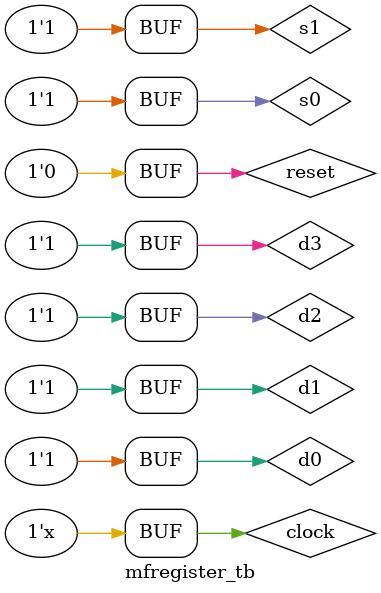
<source format=sv>
module syncflipflop(
    input logic d,reset,clock, output logic q
    );
    always_ff @(posedge clock)
    begin
        if (reset)
            q<=0;
        else q<=d;
    end
endmodule

module tto1multiplexer (input logic i1,i2,S, output logic y);
always@*
    if (S)
        y = i1;
    else
        y = i2;
endmodule

module fto1multiplexer(input logic i1,i2,i3,i4,s0,s1,output logic y);
    logic n1,n2;
    ttomultiplexer mux1(i1,i2,s0, n1);
    ttomultiplexer mux2(i3,i4,s0,n2);
    ttomultiplexer mux3(n1,n2,s1,y);
endmodule

module mfregister(input logic d0,d1,d2,d3,s1,s0,clock,reset,shr_in,shl_in,
output logic y0,y1,y2,y3);
logic n1,n2,n3,n4;
    fto1multiplexer mux1(y2,shr_in,d3,y3,s0,s1,n4);
    fto1multiplexer mux2(y1,y3,d2,y2,s0,s1,n3);
    fto1multiplexer mux3(y0,y2,d1,y1,s0,s1,n2);
    fto1multiplexer mux4(shl_in,y1,d0,y0,s0,s1,n1);
    syncflipflop ff1(n4,reset,clock,y3);
    syncflipflop ff2(n3,reset,clock,y2);
    syncflipflop ff3(n2,reset,clock,y1);
    syncflipflop ff4(n1,reset,clock,y0);
endmodule

module mfregister_tb();
    logic clock,reset,shr_in,shl_in, s0,s1, d0,d1,d2,d3, y0,y1,y2,y3;
    mfregister def(d0,d1,d2,d3,s1,s0,clock,reset,shr_in,shl_in,y0,y1,y2,y3);
    always #50 clock = ~clock;
     
    initial begin
    reset = 1; clock = 1; #10;
    s0 = 0; s1=0; 
    d0=0;d1=0;d2=0;d3=0; #10;
    d0=0;d1=0;d2=0;d3=1; #10;
    d0=0;d1=0;d2=1;d3=0; #10;
    d0=0;d1=0;d2=1;d3=1; #10;
    d0=0;d1=1;d2=0;d3=0; #10;
    d0=0;d1=1;d2=0;d3=1; #10;
    d0=0;d1=1;d2=1;d3=0; #10;
    d0=0;d1=1;d2=1;d3=1; #10;
    d0=1;d1=0;d2=0;d3=0; #10;
    d0=1;d1=0;d2=0;d3=1; #10;
    d0=1;d1=0;d2=1;d3=0; #10;
    d0=1;d1=0;d2=1;d3=1; #10;
    d0=1;d1=1;d2=0;d3=0; #10;
    d0=1;d1=1;d2=0;d3=1; #10;
    d0=1;d1=1;d2=1;d3=0; #10;
    d0=1;d1=1;d2=1;d3=1; #10;
    reset = 0;
    s0 = 1; s1=0;
    d0=0;d1=0;d2=0;d3=0; #10;
    d0=0;d1=0;d2=0;d3=1; #10;
    d0=0;d1=0;d2=1;d3=0; #10;
    d0=0;d1=0;d2=1;d3=1; #10;
    d0=0;d1=1;d2=0;d3=0; #10;
    d0=0;d1=1;d2=0;d3=1; #10;
    d0=0;d1=1;d2=1;d3=0; #10;
    d0=0;d1=1;d2=1;d3=1; #10;
    d0=1;d1=0;d2=0;d3=0; #10;
    d0=1;d1=0;d2=0;d3=1; #10;
    d0=1;d1=0;d2=1;d3=0; #10;
    d0=1;d1=0;d2=1;d3=1; #10;
    d0=1;d1=1;d2=0;d3=0; #10;
    d0=1;d1=1;d2=0;d3=1; #10;
    d0=1;d1=1;d2=1;d3=0; #10;
    d0=1;d1=1;d2=1;d3=1; #10;
    
    s0=0; s1 = 1;
    d0=0;d1=0;d2=0;d3=0; #10;
    d0=0;d1=0;d2=0;d3=1; #10;
    d0=0;d1=0;d2=1;d3=0; #10;
    d0=0;d1=0;d2=1;d3=1; #10;
    d0=0;d1=1;d2=0;d3=0; #10;
    d0=0;d1=1;d2=0;d3=1; #10;
    d0=0;d1=1;d2=1;d3=0; #10;
    d0=0;d1=1;d2=1;d3=1; #10;
    d0=1;d1=0;d2=0;d3=0; #10;
    d0=1;d1=0;d2=0;d3=1; #10;
    d0=1;d1=0;d2=1;d3=0; #10;
    d0=1;d1=0;d2=1;d3=1; #10;
    d0=1;d1=1;d2=0;d3=0; #10;
    d0=1;d1=1;d2=0;d3=1; #10;
    d0=1;d1=1;d2=1;d3=0; #10;
    d0=1;d1=1;d2=1;d3=1; #10;

    s0=1;s1=1;
    d0=0;d1=0;d2=0;d3=0; #10;
    d0=0;d1=0;d2=0;d3=1; #10;
    d0=0;d1=0;d2=1;d3=0; #10;
    d0=0;d1=0;d2=1;d3=1; #10;
    d0=0;d1=1;d2=0;d3=0; #10;
    d0=0;d1=1;d2=0;d3=1; #10;
    d0=0;d1=1;d2=1;d3=0; #10;
    d0=0;d1=1;d2=1;d3=1; #10;
    d0=1;d1=0;d2=0;d3=0; #10;
    d0=1;d1=0;d2=0;d3=1; #10;
    d0=1;d1=0;d2=1;d3=0; #10;
    d0=1;d1=0;d2=1;d3=1; #10;
    d0=1;d1=1;d2=0;d3=0; #10;
    d0=1;d1=1;d2=0;d3=1; #10;
    d0=1;d1=1;d2=1;d3=0; #10;
    d0=1;d1=1;d2=1;d3=1; #10;
      end
endmodule

</source>
